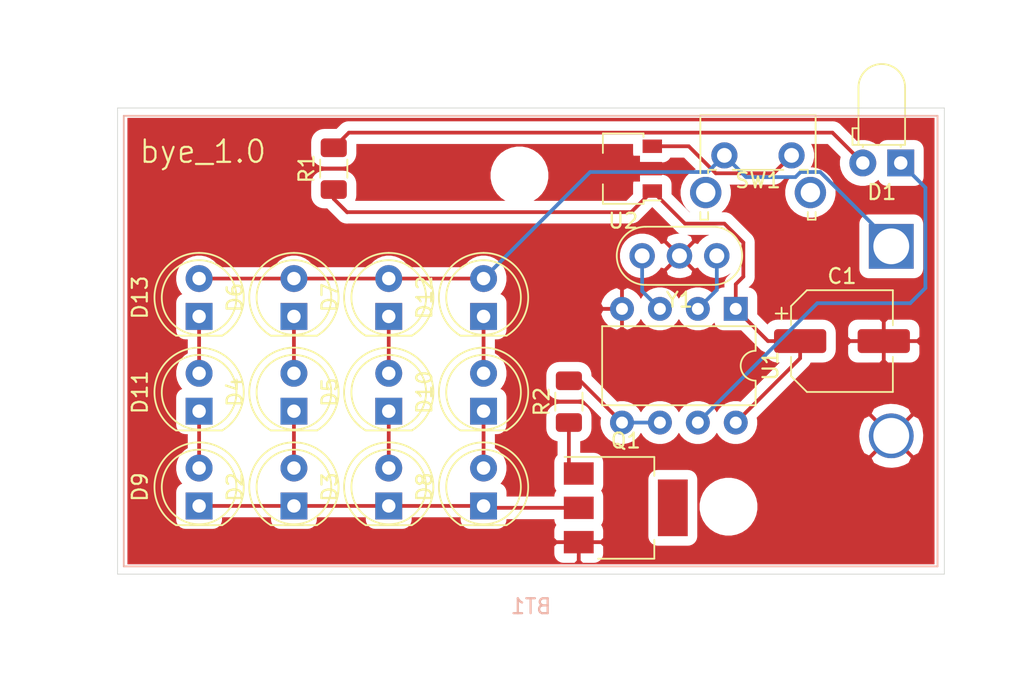
<source format=kicad_pcb>
(kicad_pcb (version 20221018) (generator pcbnew)
  (layers (0 "F.Cu" signal) (31 "B.Cu" signal) (34 "B.Paste" user) (35 "F.Paste" user) (36 "B.SilkS" user "B.Silkscreen") (37 "F.SilkS" user "F.Silkscreen") (38 "B.Mask" user) (39 "F.Mask" user) (44 "Edge.Cuts" user))
  (net 0 "")
  (net 1 "Net-(U1-VCC)")
  (net 2 "Net-(D1-A)")
  (net 3 "Net-(D1-K)")
  (net 4 "Net-(D2-A)")
  (net 5 "Net-(D2-K)")
  (net 6 "Net-(D3-A)")
  (net 7 "Net-(D4-A)")
  (net 8 "Net-(D5-A)")
  (net 9 "Net-(D10-K)")
  (net 10 "Net-(D11-K)")
  (net 11 "Net-(D10-A)")
  (net 12 "Net-(D11-A)")
  (net 13 "Net-(Q1-B)")
  (net 14 "Net-(U2-IN)")
  (net 15 "Net-(U1-XTAL2{slash}PB4)")
  (net 16 "Net-(U1-XTAL1{slash}PB3)")
  (net 17 "vcc")
  (net 18 "gnd")
  (net 19 "ir_ctrl")
  (footprint "Capacitor_SMD:CP_Elec_6.3x5.4" (layer "F.Cu") (at 137.668 68.58)
    (fp_text reference "C1" (at 0 -4.35) (layer "F.SilkS"))
    (fp_text value "C_Polarized")
    (fp_line (start -4.4375 -1.8475) (end -3.65 -1.8475) (stroke (width 0.12)) (layer "F.SilkS"))
    (fp_line (start -4.04375 -2.24125) (end -4.04375 -1.45375) (stroke (width 0.12)) (layer "F.SilkS"))
    (fp_line (start -3.41 -2.345563) (end -3.41 -1.06) (stroke (width 0.12)) (layer "F.SilkS"))
    (fp_line (start -3.41 -2.345563) (end -2.345563 -3.41) (stroke (width 0.12)) (layer "F.SilkS"))
    (fp_line (start -3.41 2.345563) (end -3.41 1.06) (stroke (width 0.12)) (layer "F.SilkS"))
    (fp_line (start -3.41 2.345563) (end -2.345563 3.41) (stroke (width 0.12)) (layer "F.SilkS"))
    (fp_line (start -2.345563 -3.41) (end 3.41 -3.41) (stroke (width 0.12)) (layer "F.SilkS"))
    (fp_line (start -2.345563 3.41) (end 3.41 3.41) (stroke (width 0.12)) (layer "F.SilkS"))
    (fp_line (start 3.41 -3.41) (end 3.41 -1.06) (stroke (width 0.12)) (layer "F.SilkS"))
    (fp_line (start 3.41 3.41) (end 3.41 1.06) (stroke (width 0.12)) (layer "F.SilkS"))
    (pad "1" smd roundrect (at -2.8 0) (size 3.5 1.6) (layers "F.Cu" "F.Paste" "F.Mask") (roundrect_rratio 0.15625) (net 1 "Net-(U1-VCC)"))
    (pad "2" smd roundrect (at 2.8 0) (size 3.5 1.6) (layers "F.Cu" "F.Paste" "F.Mask") (roundrect_rratio 0.15625) (net 18 "gnd"))
  )
  (footprint "LED_THT:LED_D3.0mm_Horizontal_O1.27mm_Z2.0mm" (layer "F.Cu") (at 141.605 56.642 180)
    (fp_text reference "D1" (at 1.27 -1.96) (layer "F.SilkS"))
    (fp_text value "NOTIF_LED")
    (fp_line (start -0.29 1.21) (end -0.29 5.07) (stroke (width 0.12)) (layer "F.SilkS"))
    (fp_line (start -0.29 1.21) (end 2.83 1.21) (stroke (width 0.12)) (layer "F.SilkS"))
    (fp_line (start 0 1.08) (end 0 1.08) (stroke (width 0.12)) (layer "F.SilkS"))
    (fp_line (start 0 1.08) (end 0 1.21) (stroke (width 0.12)) (layer "F.SilkS"))
    (fp_line (start 0 1.21) (end 0 1.08) (stroke (width 0.12)) (layer "F.SilkS"))
    (fp_line (start 0 1.21) (end 0 1.21) (stroke (width 0.12)) (layer "F.SilkS"))
    (fp_line (start 2.54 1.08) (end 2.54 1.08) (stroke (width 0.12)) (layer "F.SilkS"))
    (fp_line (start 2.54 1.08) (end 2.54 1.21) (stroke (width 0.12)) (layer "F.SilkS"))
    (fp_line (start 2.54 1.21) (end 2.54 1.08) (stroke (width 0.12)) (layer "F.SilkS"))
    (fp_line (start 2.54 1.21) (end 2.54 1.21) (stroke (width 0.12)) (layer "F.SilkS"))
    (fp_line (start 2.83 1.21) (end 2.83 5.07) (stroke (width 0.12)) (layer "F.SilkS"))
    (fp_line (start 2.83 1.21) (end 3.23 1.21) (stroke (width 0.12)) (layer "F.SilkS"))
    (fp_line (start 2.83 2.33) (end 2.83 1.21) (stroke (width 0.12)) (layer "F.SilkS"))
    (fp_line (start 3.23 1.21) (end 3.23 2.33) (stroke (width 0.12)) (layer "F.SilkS"))
    (fp_line (start 3.23 2.33) (end 2.83 2.33) (stroke (width 0.12)) (layer "F.SilkS"))
    (fp_arc (start 2.83 5.07) (mid 1.27 6.63) (end -0.29 5.07) (stroke (width 0.12)) (layer "F.SilkS"))
    (pad "1" thru_hole rect (at 0 0 180) (size 1.8 1.8) (drill 0.9) (layers "*.Cu" "*.Mask") (net 3 "Net-(D1-K)"))
    (pad "2" thru_hole circle (at 2.54 0 180) (size 1.8 1.8) (drill 0.9) (layers "*.Cu" "*.Mask") (net 2 "Net-(D1-A)"))
  )
  (footprint "LED_THT:LED_D5.0mm_IRBlack" (layer "F.Cu") (at 100.965 79.629 90)
    (fp_text reference "D2" (at 1.27 -3.96 90) (layer "F.SilkS"))
    (fp_text value "NB_LED")
    (fp_line (start -1.29 -1.545) (end -1.29 1.545) (stroke (width 0.12)) (layer "F.SilkS"))
    (fp_arc (start -1.29 -1.54483) (mid 2.072002 -2.880433) (end 4.26 0.000462) (stroke (width 0.12)) (layer "F.SilkS"))
    (fp_arc (start 4.26 -0.000462) (mid 2.072002 2.880433) (end -1.29 1.54483) (stroke (width 0.12)) (layer "F.SilkS"))
    (fp_circle (center 1.27 0) (end 3.77 0) (stroke (width 0.12)) (fill none) (layer "F.SilkS"))
    (pad "1" thru_hole rect (at 0 0 90) (size 1.8 1.8) (drill 0.9) (layers "*.Cu" "*.Mask") (net 5 "Net-(D2-K)"))
    (pad "2" thru_hole circle (at 2.54 0 90) (size 1.8 1.8) (drill 0.9) (layers "*.Cu" "*.Mask") (net 4 "Net-(D2-A)"))
  )
  (footprint "LED_THT:LED_D5.0mm_IRBlack" (layer "F.Cu") (at 107.315 79.629 90)
    (fp_text reference "D3" (at 1.27 -3.96 90) (layer "F.SilkS"))
    (fp_text value "NB_LED")
    (fp_line (start -1.29 -1.545) (end -1.29 1.545) (stroke (width 0.12)) (layer "F.SilkS"))
    (fp_arc (start -1.29 -1.54483) (mid 2.072002 -2.880433) (end 4.26 0.000462) (stroke (width 0.12)) (layer "F.SilkS"))
    (fp_arc (start 4.26 -0.000462) (mid 2.072002 2.880433) (end -1.29 1.54483) (stroke (width 0.12)) (layer "F.SilkS"))
    (fp_circle (center 1.27 0) (end 3.77 0) (stroke (width 0.12)) (fill none) (layer "F.SilkS"))
    (pad "1" thru_hole rect (at 0 0 90) (size 1.8 1.8) (drill 0.9) (layers "*.Cu" "*.Mask") (net 5 "Net-(D2-K)"))
    (pad "2" thru_hole circle (at 2.54 0 90) (size 1.8 1.8) (drill 0.9) (layers "*.Cu" "*.Mask") (net 6 "Net-(D3-A)"))
  )
  (footprint "LED_THT:LED_D5.0mm_IRBlack" (layer "F.Cu") (at 100.965 73.279 90)
    (fp_text reference "D4" (at 1.27 -3.96 90) (layer "F.SilkS"))
    (fp_text value "NB_LED")
    (fp_line (start -1.29 -1.545) (end -1.29 1.545) (stroke (width 0.12)) (layer "F.SilkS"))
    (fp_arc (start -1.29 -1.54483) (mid 2.072002 -2.880433) (end 4.26 0.000462) (stroke (width 0.12)) (layer "F.SilkS"))
    (fp_arc (start 4.26 -0.000462) (mid 2.072002 2.880433) (end -1.29 1.54483) (stroke (width 0.12)) (layer "F.SilkS"))
    (fp_circle (center 1.27 0) (end 3.77 0) (stroke (width 0.12)) (fill none) (layer "F.SilkS"))
    (pad "1" thru_hole rect (at 0 0 90) (size 1.8 1.8) (drill 0.9) (layers "*.Cu" "*.Mask") (net 4 "Net-(D2-A)"))
    (pad "2" thru_hole circle (at 2.54 0 90) (size 1.8 1.8) (drill 0.9) (layers "*.Cu" "*.Mask") (net 7 "Net-(D4-A)"))
  )
  (footprint "LED_THT:LED_D5.0mm_IRBlack" (layer "F.Cu") (at 107.315 73.279 90)
    (fp_text reference "D5" (at 1.27 -3.96 90) (layer "F.SilkS"))
    (fp_text value "NB_LED")
    (fp_line (start -1.29 -1.545) (end -1.29 1.545) (stroke (width 0.12)) (layer "F.SilkS"))
    (fp_arc (start -1.29 -1.54483) (mid 2.072002 -2.880433) (end 4.26 0.000462) (stroke (width 0.12)) (layer "F.SilkS"))
    (fp_arc (start 4.26 -0.000462) (mid 2.072002 2.880433) (end -1.29 1.54483) (stroke (width 0.12)) (layer "F.SilkS"))
    (fp_circle (center 1.27 0) (end 3.77 0) (stroke (width 0.12)) (fill none) (layer "F.SilkS"))
    (pad "1" thru_hole rect (at 0 0 90) (size 1.8 1.8) (drill 0.9) (layers "*.Cu" "*.Mask") (net 6 "Net-(D3-A)"))
    (pad "2" thru_hole circle (at 2.54 0 90) (size 1.8 1.8) (drill 0.9) (layers "*.Cu" "*.Mask") (net 8 "Net-(D5-A)"))
  )
  (footprint "LED_THT:LED_D5.0mm_IRBlack" (layer "F.Cu") (at 107.315 66.929 90)
    (fp_text reference "D7" (at 1.27 -3.96 90) (layer "F.SilkS"))
    (fp_text value "NB_LED")
    (fp_line (start -1.29 -1.545) (end -1.29 1.545) (stroke (width 0.12)) (layer "F.SilkS"))
    (fp_arc (start -1.29 -1.54483) (mid 2.072002 -2.880433) (end 4.26 0.000462) (stroke (width 0.12)) (layer "F.SilkS"))
    (fp_arc (start 4.26 -0.000462) (mid 2.072002 2.880433) (end -1.29 1.54483) (stroke (width 0.12)) (layer "F.SilkS"))
    (fp_circle (center 1.27 0) (end 3.77 0) (stroke (width 0.12)) (fill none) (layer "F.SilkS"))
    (pad "1" thru_hole rect (at 0 0 90) (size 1.8 1.8) (drill 0.9) (layers "*.Cu" "*.Mask") (net 8 "Net-(D5-A)"))
    (pad "2" thru_hole circle (at 2.54 0 90) (size 1.8 1.8) (drill 0.9) (layers "*.Cu" "*.Mask") (net 17 "vcc"))
  )
  (footprint "LED_THT:LED_D5.0mm_IRGrey" (layer "F.Cu") (at 113.665 79.629 90)
    (fp_text reference "D8" (at 1.27 -3.96 90) (layer "F.SilkS"))
    (fp_text value "WB_LED")
    (fp_line (start -1.29 -1.545) (end -1.29 1.545) (stroke (width 0.12)) (layer "F.SilkS"))
    (fp_arc (start -1.29 -1.54483) (mid 2.072002 -2.880433) (end 4.26 0.000462) (stroke (width 0.12)) (layer "F.SilkS"))
    (fp_arc (start 4.26 -0.000462) (mid 2.072002 2.880433) (end -1.29 1.54483) (stroke (width 0.12)) (layer "F.SilkS"))
    (fp_circle (center 1.27 0) (end 3.77 0) (stroke (width 0.12)) (fill none) (layer "F.SilkS"))
    (pad "1" thru_hole rect (at 0 0 90) (size 1.8 1.8) (drill 0.9) (layers "*.Cu" "*.Mask") (net 5 "Net-(D2-K)"))
    (pad "2" thru_hole circle (at 2.54 0 90) (size 1.8 1.8) (drill 0.9) (layers "*.Cu" "*.Mask") (net 9 "Net-(D10-K)"))
  )
  (footprint "LED_THT:LED_D5.0mm_IRGrey" (layer "F.Cu") (at 94.615 79.629 90)
    (fp_text reference "D9" (at 1.27 -3.96 90) (layer "F.SilkS"))
    (fp_text value "WB_LED")
    (fp_line (start -1.29 -1.545) (end -1.29 1.545) (stroke (width 0.12)) (layer "F.SilkS"))
    (fp_arc (start -1.29 -1.54483) (mid 2.072002 -2.880433) (end 4.26 0.000462) (stroke (width 0.12)) (layer "F.SilkS"))
    (fp_arc (start 4.26 -0.000462) (mid 2.072002 2.880433) (end -1.29 1.54483) (stroke (width 0.12)) (layer "F.SilkS"))
    (fp_circle (center 1.27 0) (end 3.77 0) (stroke (width 0.12)) (fill none) (layer "F.SilkS"))
    (pad "1" thru_hole rect (at 0 0 90) (size 1.8 1.8) (drill 0.9) (layers "*.Cu" "*.Mask") (net 5 "Net-(D2-K)"))
    (pad "2" thru_hole circle (at 2.54 0 90) (size 1.8 1.8) (drill 0.9) (layers "*.Cu" "*.Mask") (net 10 "Net-(D11-K)"))
  )
  (footprint "LED_THT:LED_D5.0mm_IRGrey" (layer "F.Cu") (at 113.665 73.279 90)
    (fp_text reference "D10" (at 1.27 -3.96 90) (layer "F.SilkS"))
    (fp_text value "WB_LED")
    (fp_line (start -1.29 -1.545) (end -1.29 1.545) (stroke (width 0.12)) (layer "F.SilkS"))
    (fp_arc (start -1.29 -1.54483) (mid 2.072002 -2.880433) (end 4.26 0.000462) (stroke (width 0.12)) (layer "F.SilkS"))
    (fp_arc (start 4.26 -0.000462) (mid 2.072002 2.880433) (end -1.29 1.54483) (stroke (width 0.12)) (layer "F.SilkS"))
    (fp_circle (center 1.27 0) (end 3.77 0) (stroke (width 0.12)) (fill none) (layer "F.SilkS"))
    (pad "1" thru_hole rect (at 0 0 90) (size 1.8 1.8) (drill 0.9) (layers "*.Cu" "*.Mask") (net 9 "Net-(D10-K)"))
    (pad "2" thru_hole circle (at 2.54 0 90) (size 1.8 1.8) (drill 0.9) (layers "*.Cu" "*.Mask") (net 11 "Net-(D10-A)"))
  )
  (footprint "LED_THT:LED_D5.0mm_IRGrey" (layer "F.Cu") (at 94.615 73.279 90)
    (fp_text reference "D11" (at 1.27 -3.96 90) (layer "F.SilkS"))
    (fp_text value "WB_LED")
    (fp_line (start -1.29 -1.545) (end -1.29 1.545) (stroke (width 0.12)) (layer "F.SilkS"))
    (fp_arc (start -1.29 -1.54483) (mid 2.072002 -2.880433) (end 4.26 0.000462) (stroke (width 0.12)) (layer "F.SilkS"))
    (fp_arc (start 4.26 -0.000462) (mid 2.072002 2.880433) (end -1.29 1.54483) (stroke (width 0.12)) (layer "F.SilkS"))
    (fp_circle (center 1.27 0) (end 3.77 0) (stroke (width 0.12)) (fill none) (layer "F.SilkS"))
    (pad "1" thru_hole rect (at 0 0 90) (size 1.8 1.8) (drill 0.9) (layers "*.Cu" "*.Mask") (net 10 "Net-(D11-K)"))
    (pad "2" thru_hole circle (at 2.54 0 90) (size 1.8 1.8) (drill 0.9) (layers "*.Cu" "*.Mask") (net 12 "Net-(D11-A)"))
  )
  (footprint "LED_THT:LED_D5.0mm_IRGrey" (layer "F.Cu") (at 113.665 66.929 90)
    (fp_text reference "D12" (at 1.27 -3.96 90) (layer "F.SilkS"))
    (fp_text value "WB_LED")
    (fp_line (start -1.29 -1.545) (end -1.29 1.545) (stroke (width 0.12)) (layer "F.SilkS"))
    (fp_arc (start -1.29 -1.54483) (mid 2.072002 -2.880433) (end 4.26 0.000462) (stroke (width 0.12)) (layer "F.SilkS"))
    (fp_arc (start 4.26 -0.000462) (mid 2.072002 2.880433) (end -1.29 1.54483) (stroke (width 0.12)) (layer "F.SilkS"))
    (fp_circle (center 1.27 0) (end 3.77 0) (stroke (width 0.12)) (fill none) (layer "F.SilkS"))
    (pad "1" thru_hole rect (at 0 0 90) (size 1.8 1.8) (drill 0.9) (layers "*.Cu" "*.Mask") (net 11 "Net-(D10-A)"))
    (pad "2" thru_hole circle (at 2.54 0 90) (size 1.8 1.8) (drill 0.9) (layers "*.Cu" "*.Mask") (net 17 "vcc"))
  )
  (footprint "LED_THT:LED_D5.0mm_IRGrey" (layer "F.Cu") (at 94.615 66.929 90)
    (fp_text reference "D13" (at 1.27 -3.96 90) (layer "F.SilkS"))
    (fp_text value "WB_LED")
    (fp_line (start -1.29 -1.545) (end -1.29 1.545) (stroke (width 0.12)) (layer "F.SilkS"))
    (fp_arc (start -1.29 -1.54483) (mid 2.072002 -2.880433) (end 4.26 0.000462) (stroke (width 0.12)) (layer "F.SilkS"))
    (fp_arc (start 4.26 -0.000462) (mid 2.072002 2.880433) (end -1.29 1.54483) (stroke (width 0.12)) (layer "F.SilkS"))
    (fp_circle (center 1.27 0) (end 3.77 0) (stroke (width 0.12)) (fill none) (layer "F.SilkS"))
    (pad "1" thru_hole rect (at 0 0 90) (size 1.8 1.8) (drill 0.9) (layers "*.Cu" "*.Mask") (net 12 "Net-(D11-A)"))
    (pad "2" thru_hole circle (at 2.54 0 90) (size 1.8 1.8) (drill 0.9) (layers "*.Cu" "*.Mask") (net 17 "vcc"))
  )
  (footprint "Package_TO_SOT_SMD:SOT-223" (layer "F.Cu") (at 123.19 79.756)
    (fp_text reference "Q1" (at 0 -4.5) (layer "F.SilkS"))
    (fp_text value "PZT2222A")
    (fp_line (start -4.1 -3.41) (end 1.91 -3.41) (stroke (width 0.12)) (layer "F.SilkS"))
    (fp_line (start -1.85 3.41) (end 1.91 3.41) (stroke (width 0.12)) (layer "F.SilkS"))
    (fp_line (start 1.91 -3.41) (end 1.91 -2.15) (stroke (width 0.12)) (layer "F.SilkS"))
    (fp_line (start 1.91 3.41) (end 1.91 2.15) (stroke (width 0.12)) (layer "F.SilkS"))
    (pad "1" smd rect (at -3.15 -2.3) (size 2 1.5) (layers "F.Cu" "F.Paste" "F.Mask") (net 13 "Net-(Q1-B)"))
    (pad "2" smd rect (at -3.15 0) (size 2 1.5) (layers "F.Cu" "F.Paste" "F.Mask") (net 5 "Net-(D2-K)"))
    (pad "3" smd rect (at -3.15 2.3) (size 2 1.5) (layers "F.Cu" "F.Paste" "F.Mask") (net 18 "gnd"))
    (pad "4" smd rect (at 3.15 0) (size 2 3.8) (layers "F.Cu" "F.Paste" "F.Mask"))
  )
  (footprint "Resistor_SMD:R_1206_3216Metric" (layer "F.Cu") (at 103.632 57.023 90)
    (fp_text reference "R1" (at 0 -1.82 90) (layer "F.SilkS"))
    (fp_text value "R")
    (fp_line (start -0.602064 -0.91) (end 0.602064 -0.91) (stroke (width 0.12)) (layer "F.SilkS"))
    (fp_line (start -0.602064 0.91) (end 0.602064 0.91) (stroke (width 0.12)) (layer "F.SilkS"))
    (pad "1" smd roundrect (at -1.4 0 90) (size 1.25 1.75) (layers "F.Cu" "F.Paste" "F.Mask") (roundrect_rratio 0.2) (net 1 "Net-(U1-VCC)"))
    (pad "2" smd roundrect (at 1.4 0 90) (size 1.25 1.75) (layers "F.Cu" "F.Paste" "F.Mask") (roundrect_rratio 0.2) (net 2 "Net-(D1-A)"))
  )
  (footprint "Package_TO_SOT_SMD:SOT-89-3" (layer "F.Cu") (at 123.317 57.023 180)
    (fp_text reference "U2" (at 0.3 -3.5) (layer "F.SilkS"))
    (fp_text value "MC78L05_SOT89")
    (fp_line (start -2.2 -2.13) (end -1.06 -2.13) (stroke (width 0.12)) (layer "F.SilkS"))
    (fp_line (start -1.06 -2.36) (end -1.06 -2.13) (stroke (width 0.12)) (layer "F.SilkS"))
    (fp_line (start -1.06 -2.36) (end 1.66 -2.36) (stroke (width 0.12)) (layer "F.SilkS"))
    (fp_line (start -1.06 2.36) (end -1.06 2.13) (stroke (width 0.12)) (layer "F.SilkS"))
    (fp_line (start 1.66 -2.36) (end 1.66 -1.05) (stroke (width 0.12)) (layer "F.SilkS"))
    (fp_line (start 1.66 1.05) (end 1.66 2.36) (stroke (width 0.12)) (layer "F.SilkS"))
    (fp_line (start 1.66 2.36) (end -1.06 2.36) (stroke (width 0.12)) (layer "F.SilkS"))
    (pad "1" smd rect (at -1.65 -1.5 180) (size 1.3 0.9) (layers "F.Cu" "F.Paste" "F.Mask") (net 1 "Net-(U1-VCC)"))
    (pad "2" smd custom (at -1.5625 0 180) (size 1.475 0.9) (layers "F.Cu" "F.Paste" "F.Mask") (net 18 "gnd") (options (clearance outline) (anchor rect)) (primitives (gr_poly (pts (xy 0.7375 -0.8665) (xy 3.8625 -0.8665) (xy 3.8625 0.8665) (xy 0.7375 0.8665)) (width 0) (fill yes))))
    (pad "3" smd rect (at -1.65 1.5 180) (size 1.3 0.9) (layers "F.Cu" "F.Paste" "F.Mask") (net 14 "Net-(U2-IN)"))
  )
  (footprint "Crystal:Resonator-3Pin_W8.0mm_H3.5mm" (layer "F.Cu") (at 129.286 62.865 180)
    (fp_text reference "Y1" (at 2.5 -2.95) (layer "F.SilkS"))
    (fp_text value "Resonator")
    (fp_line (start 0.25 -1.95) (end 4.75 -1.95) (stroke (width 0.12)) (layer "F.SilkS"))
    (fp_line (start 0.25 1.95) (end 4.75 1.95) (stroke (width 0.12)) (layer "F.SilkS"))
    (fp_arc (start 0.25 1.95) (mid -1.7 0) (end 0.25 -1.95) (stroke (width 0.12)) (layer "F.SilkS"))
    (fp_arc (start 4.75 -1.95) (mid 6.7 0) (end 4.75 1.95) (stroke (width 0.12)) (layer "F.SilkS"))
    (pad "1" thru_hole circle (at 0 0 180) (size 1.7 1.7) (drill 1) (layers "*.Cu" "*.Mask") (net 16 "Net-(U1-XTAL1{slash}PB3)"))
    (pad "2" thru_hole circle (at 2.5 0 180) (size 1.7 1.7) (drill 1) (layers "*.Cu" "*.Mask") (net 18 "gnd"))
    (pad "3" thru_hole circle (at 5 0 180) (size 1.7 1.7) (drill 1) (layers "*.Cu" "*.Mask") (net 15 "Net-(U1-XTAL2{slash}PB4)"))
  )
  (footprint "LED_THT:LED_D5.0mm_IRBlack" (layer "F.Cu") (at 100.965 66.929 90)
    (fp_text reference "D6" (at 1.27 -3.96 90) (layer "F.SilkS"))
    (fp_text value "NB_LED")
    (fp_line (start -1.29 -1.545) (end -1.29 1.545) (stroke (width 0.12)) (layer "F.SilkS"))
    (fp_arc (start -1.29 -1.54483) (mid 2.072002 -2.880433) (end 4.26 0.000462) (stroke (width 0.12)) (layer "F.SilkS"))
    (fp_arc (start 4.26 -0.000462) (mid 2.072002 2.880433) (end -1.29 1.54483) (stroke (width 0.12)) (layer "F.SilkS"))
    (fp_circle (center 1.27 0) (end 3.77 0) (stroke (width 0.12)) (fill none) (layer "F.SilkS"))
    (pad "1" thru_hole rect (at 0 0 90) (size 1.8 1.8) (drill 0.9) (layers "*.Cu" "*.Mask") (net 7 "Net-(D4-A)"))
    (pad "2" thru_hole circle (at 2.54 0 90) (size 1.8 1.8) (drill 0.9) (layers "*.Cu" "*.Mask") (net 17 "vcc"))
  )
  (footprint "Button_Switch_THT:SW_Tactile_SPST_Angled_PTS645Vx58-2LFS" (layer "F.Cu") (at 129.794 56.134)
    (fp_text reference "SW1" (at 2.25 1.68) (layer "F.SilkS"))
    (fp_text value "SW_Push")
    (fp_line (start -1.61 -2.7) (end -1.61 1.2) (stroke (width 0.12)) (layer "F.SilkS"))
    (fp_line (start -1.61 -2.7) (end 6.11 -2.7) (stroke (width 0.12)) (layer "F.SilkS"))
    (fp_line (start -1.61 3.8) (end -1.61 4.31) (stroke (width 0.12)) (layer "F.SilkS"))
    (fp_line (start -1.61 4.31) (end -1.09 4.31) (stroke (width 0.12)) (layer "F.SilkS"))
    (fp_line (start -1.09 0.97) (end -1.09 1.2) (stroke (width 0.12)) (layer "F.SilkS"))
    (fp_line (start -1.09 0.97) (end -0.55 0.97) (stroke (width 0.12)) (layer "F.SilkS"))
    (fp_line (start -1.09 3.8) (end -1.09 4.31) (stroke (width 0.12)) (layer "F.SilkS"))
    (fp_line (start 0.55 0.97) (end 3.95 0.97) (stroke (width 0.12)) (layer "F.SilkS"))
    (fp_line (start 5.05 0.97) (end 5.59 0.97) (stroke (width 0.12)) (layer "F.SilkS"))
    (fp_line (start 5.59 0.97) (end 5.59 1.2) (stroke (width 0.12)) (layer "F.SilkS"))
    (fp_line (start 5.59 3.8) (end 5.59 4.31) (stroke (width 0.12)) (layer "F.SilkS"))
    (fp_line (start 5.59 4.31) (end 6.11 4.31) (stroke (width 0.12)) (layer "F.SilkS"))
    (fp_line (start 6.11 -2.7) (end 6.11 1.2) (stroke (width 0.12)) (layer "F.SilkS"))
    (fp_line (start 6.11 3.8) (end 6.11 4.31) (stroke (width 0.12)) (layer "F.SilkS"))
    (pad "" thru_hole circle (at -1.25 2.49) (size 2.1 2.1) (drill 1.3) (layers "*.Cu" "*.Mask"))
    (pad "" thru_hole circle (at 5.76 2.49) (size 2.1 2.1) (drill 1.3) (layers "*.Cu" "*.Mask"))
    (pad "1" thru_hole circle (at 0 0) (size 1.75 1.75) (drill 0.99) (layers "*.Cu" "*.Mask") (net 17 "vcc"))
    (pad "2" thru_hole circle (at 4.5 0) (size 1.75 1.75) (drill 0.99) (layers "*.Cu" "*.Mask") (net 14 "Net-(U2-IN)"))
  )
  (footprint "Package_DIP:DIP-8_W7.62mm" (layer "F.Cu") (at 130.556 66.421 -90)
    (fp_text reference "U1" (at 3.81 -2.33 90) (layer "F.SilkS"))
    (fp_text value "ATtiny85V-10P")
    (fp_line (start 1.16 -1.33) (end 1.16 8.95) (stroke (width 0.12)) (layer "F.SilkS"))
    (fp_line (start 1.16 8.95) (end 6.46 8.95) (stroke (width 0.12)) (layer "F.SilkS"))
    (fp_line (start 2.81 -1.33) (end 1.16 -1.33) (stroke (width 0.12)) (layer "F.SilkS"))
    (fp_line (start 6.46 -1.33) (end 4.81 -1.33) (stroke (width 0.12)) (layer "F.SilkS"))
    (fp_line (start 6.46 8.95) (end 6.46 -1.33) (stroke (width 0.12)) (layer "F.SilkS"))
    (fp_arc (start 4.81 -1.33) (mid 3.81 -0.33) (end 2.81 -1.33) (stroke (width 0.12)) (layer "F.SilkS"))
    (pad "1" thru_hole rect (at 0 0 270) (size 1.6 1.6) (drill 0.8) (layers "*.Cu" "*.Mask") (net 1 "Net-(U1-VCC)"))
    (pad "2" thru_hole oval (at 0 2.54 270) (size 1.6 1.6) (drill 0.8) (layers "*.Cu" "*.Mask") (net 16 "Net-(U1-XTAL1{slash}PB3)"))
    (pad "3" thru_hole oval (at 0 5.08 270) (size 1.6 1.6) (drill 0.8) (layers "*.Cu" "*.Mask") (net 15 "Net-(U1-XTAL2{slash}PB4)"))
    (pad "4" thru_hole oval (at 0 7.62 270) (size 1.6 1.6) (drill 0.8) (layers "*.Cu" "*.Mask") (net 18 "gnd"))
    (pad "5" thru_hole oval (at 7.62 7.62 270) (size 1.6 1.6) (drill 0.8) (layers "*.Cu" "*.Mask") (net 19 "ir_ctrl"))
    (pad "6" thru_hole oval (at 7.62 5.08 270) (size 1.6 1.6) (drill 0.8) (layers "*.Cu" "*.Mask") (net 19 "ir_ctrl"))
    (pad "7" thru_hole oval (at 7.62 2.54 270) (size 1.6 1.6) (drill 0.8) (layers "*.Cu" "*.Mask") (net 3 "Net-(D1-K)"))
    (pad "8" thru_hole oval (at 7.62 0 270) (size 1.6 1.6) (drill 0.8) (layers "*.Cu" "*.Mask") (net 1 "Net-(U1-VCC)"))
  )
  (footprint "Resistor_SMD:R_1206_3216Metric" (layer "F.Cu") (at 119.38 72.641 90)
    (fp_text reference "R2" (at 0 -1.82 90) (layer "F.SilkS"))
    (fp_text value "R")
    (fp_line (start -0.602064 -0.91) (end 0.602064 -0.91) (stroke (width 0.12)) (layer "F.SilkS"))
    (fp_line (start -0.602064 0.91) (end 0.602064 0.91) (stroke (width 0.12)) (layer "F.SilkS"))
    (pad "1" smd roundrect (at -1.4 0 90) (size 1.25 1.75) (layers "F.Cu" "F.Paste" "F.Mask") (roundrect_rratio 0.2) (net 13 "Net-(Q1-B)"))
    (pad "2" smd roundrect (at 1.4 0 90) (size 1.25 1.75) (layers "F.Cu" "F.Paste" "F.Mask") (roundrect_rratio 0.2) (net 19 "ir_ctrl"))
  )
  (footprint "homemade_footprints:BatteryHolder_Eagle_12BH611-GR_REMOVE_ONE_HOLE" (layer "B.Cu") (at 140.97 62.23)
    (fp_text reference "BT1" (at -24.13 24.13) (layer "B.SilkS") (effects (justify mirror)))
    (fp_text value "Battery_Cell")
    (fp_line (start -51.4 -8.75) (end -51.4 21.45) (stroke (width 0.12)) (layer "B.SilkS"))
    (fp_line (start -51.4 21.45) (end 3.1 21.45) (stroke (width 0.12)) (layer "B.SilkS"))
    (fp_line (start 3.1 -8.75) (end -51.4 -8.75) (stroke (width 0.12)) (layer "B.SilkS"))
    (fp_line (start 3.1 21.45) (end 3.1 -8.75) (stroke (width 0.12)) (layer "B.SilkS"))
    (pad "" np_thru_hole circle (at -24.9 -4.75) (size 2.6 2.6) (drill 2.6) (layers "*.Cu" "*.Mask"))
    (pad "" np_thru_hole circle (at -10.9 17.45) (size 2.6 2.6) (drill 2.6) (layers "*.Cu" "*.Mask"))
    (pad "1" thru_hole rect (at 0 0) (size 3 3) (drill 2.4) (layers "*.Cu" "*.Mask") (net 17 "vcc"))
    (pad "2" thru_hole circle (at 0 12.7) (size 3 3) (drill 2.4) (layers "*.Cu" "*.Mask") (net 18 "gnd"))
  )
  (gr_line (start 144.526 84.201) (end 89.154 84.201) (stroke (width 0.05)) (layer "Edge.Cuts"))
  (gr_line (start 89.154 84.201) (end 89.154 52.959) (stroke (width 0.05)) (layer "Edge.Cuts"))
  (gr_line (start 144.526 52.959) (end 144.526 84.201) (stroke (width 0.05)) (layer "Edge.Cuts"))
  (gr_line (start 89.154 52.959) (end 144.526 52.959) (stroke (width 0.05)) (layer "Edge.Cuts"))
  (gr_text "bye_1.0" (at 94.869 55.88) (layer "F.SilkS") (effects (font (size 1.5 1.5))))
  (segment (start 103.632 59.048) (end 104.528 59.944) (width 0.25) (layer "F.Cu") (net 1))
  (segment (start 134.868 68.58) (end 134.868 69.729) (width 0.25) (layer "F.Cu") (net 1))
  (segment (start 104.53351 59.93849) (end 123.55151 59.93849) (width 0.25) (layer "F.Cu") (net 1))
  (segment (start 134.868 69.729) (end 130.556 74.041) (width 0.25) (layer "F.Cu") (net 1))
  (segment (start 130.556 66.421) (end 130.556 64.77) (width 0.25) (layer "F.Cu") (net 1))
  (segment (start 130.556 64.77) (end 131.064 64.262) (width 0.25) (layer "F.Cu") (net 1))
  (segment (start 104.528 59.944) (end 104.53351 59.93849) (width 0.25) (layer "F.Cu") (net 1))
  (segment (start 134.868 68.58) (end 132.715 68.58) (width 0.25) (layer "F.Cu") (net 1))
  (segment (start 127.15 60.706) (end 124.967 58.523) (width 0.25) (layer "F.Cu") (net 1))
  (segment (start 129.794 60.706) (end 127.15 60.706) (width 0.25) (layer "F.Cu") (net 1))
  (segment (start 131.064 64.262) (end 131.064 61.976) (width 0.25) (layer "F.Cu") (net 1))
  (segment (start 123.55151 59.93849) (end 124.967 58.523) (width 0.25) (layer "F.Cu") (net 1))
  (segment (start 131.064 61.976) (end 129.794 60.706) (width 0.25) (layer "F.Cu") (net 1))
  (segment (start 132.715 68.58) (end 130.556 66.421) (width 0.25) (layer "F.Cu") (net 1))
  (segment (start 103.632 58.423) (end 103.632 59.048) (width 0.25) (layer "F.Cu") (net 1))
  (segment (start 103.632 55.623) (end 104.645 54.61) (width 0.25) (layer "F.Cu") (net 2))
  (segment (start 137.033 54.61) (end 139.065 56.642) (width 0.25) (layer "F.Cu") (net 2))
  (segment (start 104.645 54.61) (end 137.033 54.61) (width 0.25) (layer "F.Cu") (net 2))
  (segment (start 143.256 65.024) (end 143.256 58.293) (width 0.25) (layer "B.Cu") (net 3))
  (segment (start 136.017 66.04) (end 142.24 66.04) (width 0.25) (layer "B.Cu") (net 3))
  (segment (start 142.24 66.04) (end 143.256 65.024) (width 0.25) (layer "B.Cu") (net 3))
  (segment (start 128.016 74.041) (end 136.017 66.04) (width 0.25) (layer "B.Cu") (net 3))
  (segment (start 143.256 58.293) (end 141.605 56.642) (width 0.25) (layer "B.Cu") (net 3))
  (segment (start 100.965 73.279) (end 100.965 77.089) (width 0.25) (layer "F.Cu") (net 4))
  (segment (start 120.04 79.756) (end 113.792 79.756) (width 0.25) (layer "F.Cu") (net 5))
  (segment (start 107.315 79.629) (end 113.665 79.629) (width 0.25) (layer "F.Cu") (net 5))
  (segment (start 100.965 79.629) (end 107.315 79.629) (width 0.25) (layer "F.Cu") (net 5))
  (segment (start 113.792 79.756) (end 113.665 79.629) (width 0.25) (layer "F.Cu") (net 5))
  (segment (start 94.615 79.629) (end 100.965 79.629) (width 0.25) (layer "F.Cu") (net 5))
  (segment (start 107.315 73.279) (end 107.315 77.089) (width 0.25) (layer "F.Cu") (net 6))
  (segment (start 100.965 66.929) (end 100.965 70.739) (width 0.25) (layer "F.Cu") (net 7))
  (segment (start 107.315 66.929) (end 107.315 70.739) (width 0.25) (layer "F.Cu") (net 8))
  (segment (start 113.665 73.279) (end 113.665 77.089) (width 0.25) (layer "F.Cu") (net 9))
  (segment (start 94.615 73.279) (end 94.615 77.089) (width 0.25) (layer "F.Cu") (net 10))
  (segment (start 113.665 66.929) (end 113.665 70.739) (width 0.25) (layer "F.Cu") (net 11))
  (segment (start 94.615 66.929) (end 94.615 70.739) (width 0.25) (layer "F.Cu") (net 12))
  (segment (start 119.38 74.041) (end 119.38 76.796) (width 0.25) (layer "F.Cu") (net 13))
  (segment (start 119.38 76.796) (end 120.04 77.456) (width 0.25) (layer "F.Cu") (net 13))
  (segment (start 124.967 55.523) (end 127.406998 55.523) (width 0.25) (layer "F.Cu") (net 14))
  (segment (start 129.217999 57.334001) (end 133.093999 57.334001) (width 0.25) (layer "F.Cu") (net 14))
  (segment (start 127.406998 55.523) (end 129.217999 57.334001) (width 0.25) (layer "F.Cu") (net 14))
  (segment (start 133.093999 57.334001) (end 134.294 56.134) (width 0.25) (layer "F.Cu") (net 14))
  (segment (start 124.286 62.865) (end 124.286 65.231) (width 0.25) (layer "B.Cu") (net 15))
  (segment (start 124.286 65.231) (end 125.476 66.421) (width 0.25) (layer "B.Cu") (net 15))
  (segment (start 129.286 62.865) (end 129.286 65.151) (width 0.25) (layer "B.Cu") (net 16))
  (segment (start 129.286 65.151) (end 128.016 66.421) (width 0.25) (layer "B.Cu") (net 16))
  (segment (start 140.081 61.341) (end 140.97 62.23) (width 0.25) (layer "F.Cu") (net 17))
  (segment (start 100.965 64.389) (end 107.315 64.389) (width 0.25) (layer "F.Cu") (net 17))
  (segment (start 107.315 64.389) (end 113.665 64.389) (width 0.25) (layer "F.Cu") (net 17))
  (segment (start 94.615 64.389) (end 100.965 64.389) (width 0.25) (layer "F.Cu") (net 17))
  (segment (start 113.665 64.389) (end 120.805001 57.248999) (width 0.25) (layer "B.Cu") (net 17))
  (segment (start 136.214001 57.248999) (end 140.97 62.004998) (width 0.25) (layer "B.Cu") (net 17))
  (segment (start 120.805001 57.248999) (end 128.679001 57.248999) (width 0.25) (layer "B.Cu") (net 17))
  (segment (start 128.679001 57.248999) (end 129.794 56.134) (width 0.25) (layer "B.Cu") (net 17))
  (segment (start 140.97 62.004998) (end 140.97 62.23) (width 0.25) (layer "B.Cu") (net 17))
  (segment (start 134.893999 57.248999) (end 136.214001 57.248999) (width 0.25) (layer "B.Cu") (net 17))
  (segment (start 134.552499 57.590499) (end 134.893999 57.248999) (width 0.25) (layer "B.Cu") (net 17))
  (segment (start 129.794 56.134) (end 131.250499 57.590499) (width 0.25) (layer "B.Cu") (net 17))
  (segment (start 131.250499 57.590499) (end 134.552499 57.590499) (width 0.25) (layer "B.Cu") (net 17))
  (segment (start 120.136 71.241) (end 119.38 71.241) (width 0.25) (layer "F.Cu") (net 19))
  (segment (start 122.936 74.041) (end 120.136 71.241) (width 0.25) (layer "F.Cu") (net 19))
  (segment (start 122.936 74.041) (end 125.476 74.041) (width 0.25) (layer "B.Cu") (net 19))
  (zone (net 18) (net_name "gnd") (layer "F.Cu") (connect_pads (clearance 0.508)) (min_thickness 0.254) (fill yes (thermal_gap 0.508) (thermal_bridge_width 0.508))
    (polygon (pts (xy 149.86 91.44) (xy 85.09 90.17) (xy 81.28 45.72) (xy 147.32 45.72)))
  )
)
</source>
